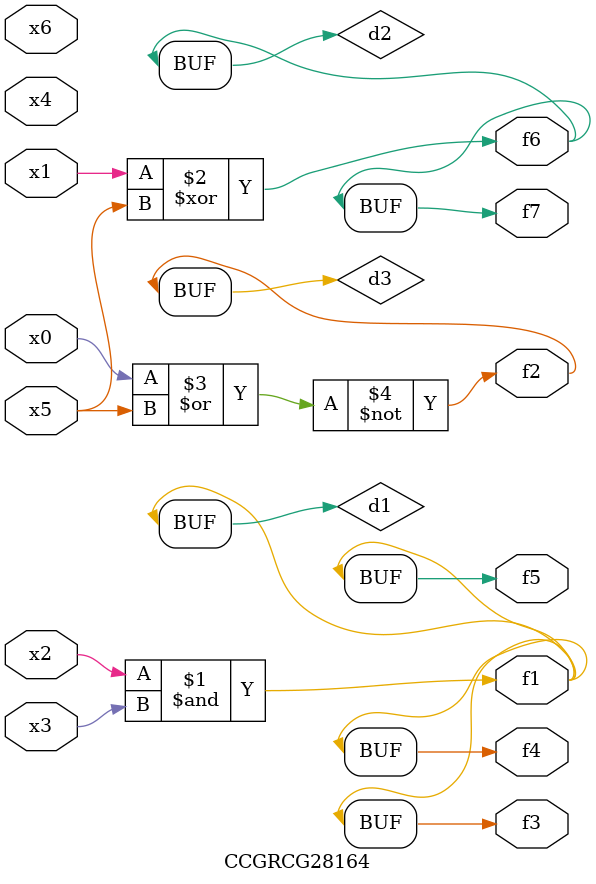
<source format=v>
module CCGRCG28164(
	input x0, x1, x2, x3, x4, x5, x6,
	output f1, f2, f3, f4, f5, f6, f7
);

	wire d1, d2, d3;

	and (d1, x2, x3);
	xor (d2, x1, x5);
	nor (d3, x0, x5);
	assign f1 = d1;
	assign f2 = d3;
	assign f3 = d1;
	assign f4 = d1;
	assign f5 = d1;
	assign f6 = d2;
	assign f7 = d2;
endmodule

</source>
